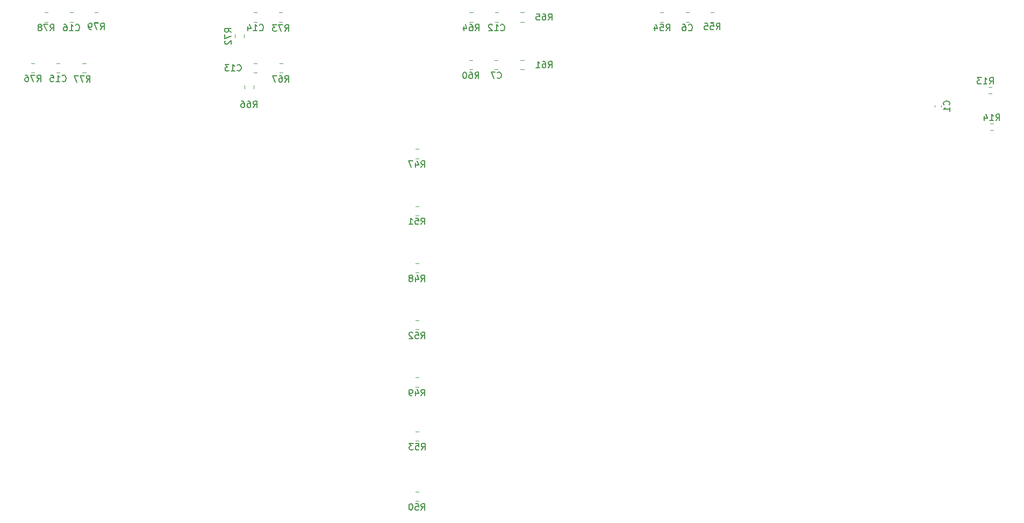
<source format=gbr>
%TF.GenerationSoftware,KiCad,Pcbnew,8.0.5*%
%TF.CreationDate,2024-09-21T15:40:11-07:00*%
%TF.ProjectId,MRIRobot_PCB,4d524952-6f62-46f7-945f-5043422e6b69,rev?*%
%TF.SameCoordinates,Original*%
%TF.FileFunction,Legend,Bot*%
%TF.FilePolarity,Positive*%
%FSLAX46Y46*%
G04 Gerber Fmt 4.6, Leading zero omitted, Abs format (unit mm)*
G04 Created by KiCad (PCBNEW 8.0.5) date 2024-09-21 15:40:11*
%MOMM*%
%LPD*%
G01*
G04 APERTURE LIST*
%ADD10C,0.150000*%
%ADD11C,0.120000*%
G04 APERTURE END LIST*
D10*
X122642857Y-142134819D02*
X122976190Y-141658628D01*
X123214285Y-142134819D02*
X123214285Y-141134819D01*
X123214285Y-141134819D02*
X122833333Y-141134819D01*
X122833333Y-141134819D02*
X122738095Y-141182438D01*
X122738095Y-141182438D02*
X122690476Y-141230057D01*
X122690476Y-141230057D02*
X122642857Y-141325295D01*
X122642857Y-141325295D02*
X122642857Y-141468152D01*
X122642857Y-141468152D02*
X122690476Y-141563390D01*
X122690476Y-141563390D02*
X122738095Y-141611009D01*
X122738095Y-141611009D02*
X122833333Y-141658628D01*
X122833333Y-141658628D02*
X123214285Y-141658628D01*
X121738095Y-141134819D02*
X122214285Y-141134819D01*
X122214285Y-141134819D02*
X122261904Y-141611009D01*
X122261904Y-141611009D02*
X122214285Y-141563390D01*
X122214285Y-141563390D02*
X122119047Y-141515771D01*
X122119047Y-141515771D02*
X121880952Y-141515771D01*
X121880952Y-141515771D02*
X121785714Y-141563390D01*
X121785714Y-141563390D02*
X121738095Y-141611009D01*
X121738095Y-141611009D02*
X121690476Y-141706247D01*
X121690476Y-141706247D02*
X121690476Y-141944342D01*
X121690476Y-141944342D02*
X121738095Y-142039580D01*
X121738095Y-142039580D02*
X121785714Y-142087200D01*
X121785714Y-142087200D02*
X121880952Y-142134819D01*
X121880952Y-142134819D02*
X122119047Y-142134819D01*
X122119047Y-142134819D02*
X122214285Y-142087200D01*
X122214285Y-142087200D02*
X122261904Y-142039580D01*
X121357142Y-141134819D02*
X120738095Y-141134819D01*
X120738095Y-141134819D02*
X121071428Y-141515771D01*
X121071428Y-141515771D02*
X120928571Y-141515771D01*
X120928571Y-141515771D02*
X120833333Y-141563390D01*
X120833333Y-141563390D02*
X120785714Y-141611009D01*
X120785714Y-141611009D02*
X120738095Y-141706247D01*
X120738095Y-141706247D02*
X120738095Y-141944342D01*
X120738095Y-141944342D02*
X120785714Y-142039580D01*
X120785714Y-142039580D02*
X120833333Y-142087200D01*
X120833333Y-142087200D02*
X120928571Y-142134819D01*
X120928571Y-142134819D02*
X121214285Y-142134819D01*
X121214285Y-142134819D02*
X121309523Y-142087200D01*
X121309523Y-142087200D02*
X121357142Y-142039580D01*
X101142857Y-76204819D02*
X101476190Y-75728628D01*
X101714285Y-76204819D02*
X101714285Y-75204819D01*
X101714285Y-75204819D02*
X101333333Y-75204819D01*
X101333333Y-75204819D02*
X101238095Y-75252438D01*
X101238095Y-75252438D02*
X101190476Y-75300057D01*
X101190476Y-75300057D02*
X101142857Y-75395295D01*
X101142857Y-75395295D02*
X101142857Y-75538152D01*
X101142857Y-75538152D02*
X101190476Y-75633390D01*
X101190476Y-75633390D02*
X101238095Y-75681009D01*
X101238095Y-75681009D02*
X101333333Y-75728628D01*
X101333333Y-75728628D02*
X101714285Y-75728628D01*
X100809523Y-75204819D02*
X100142857Y-75204819D01*
X100142857Y-75204819D02*
X100571428Y-76204819D01*
X99857142Y-75204819D02*
X99238095Y-75204819D01*
X99238095Y-75204819D02*
X99571428Y-75585771D01*
X99571428Y-75585771D02*
X99428571Y-75585771D01*
X99428571Y-75585771D02*
X99333333Y-75633390D01*
X99333333Y-75633390D02*
X99285714Y-75681009D01*
X99285714Y-75681009D02*
X99238095Y-75776247D01*
X99238095Y-75776247D02*
X99238095Y-76014342D01*
X99238095Y-76014342D02*
X99285714Y-76109580D01*
X99285714Y-76109580D02*
X99333333Y-76157200D01*
X99333333Y-76157200D02*
X99428571Y-76204819D01*
X99428571Y-76204819D02*
X99714285Y-76204819D01*
X99714285Y-76204819D02*
X99809523Y-76157200D01*
X99809523Y-76157200D02*
X99857142Y-76109580D01*
X62105357Y-84134819D02*
X62438690Y-83658628D01*
X62676785Y-84134819D02*
X62676785Y-83134819D01*
X62676785Y-83134819D02*
X62295833Y-83134819D01*
X62295833Y-83134819D02*
X62200595Y-83182438D01*
X62200595Y-83182438D02*
X62152976Y-83230057D01*
X62152976Y-83230057D02*
X62105357Y-83325295D01*
X62105357Y-83325295D02*
X62105357Y-83468152D01*
X62105357Y-83468152D02*
X62152976Y-83563390D01*
X62152976Y-83563390D02*
X62200595Y-83611009D01*
X62200595Y-83611009D02*
X62295833Y-83658628D01*
X62295833Y-83658628D02*
X62676785Y-83658628D01*
X61772023Y-83134819D02*
X61105357Y-83134819D01*
X61105357Y-83134819D02*
X61533928Y-84134819D01*
X60295833Y-83134819D02*
X60486309Y-83134819D01*
X60486309Y-83134819D02*
X60581547Y-83182438D01*
X60581547Y-83182438D02*
X60629166Y-83230057D01*
X60629166Y-83230057D02*
X60724404Y-83372914D01*
X60724404Y-83372914D02*
X60772023Y-83563390D01*
X60772023Y-83563390D02*
X60772023Y-83944342D01*
X60772023Y-83944342D02*
X60724404Y-84039580D01*
X60724404Y-84039580D02*
X60676785Y-84087200D01*
X60676785Y-84087200D02*
X60581547Y-84134819D01*
X60581547Y-84134819D02*
X60391071Y-84134819D01*
X60391071Y-84134819D02*
X60295833Y-84087200D01*
X60295833Y-84087200D02*
X60248214Y-84039580D01*
X60248214Y-84039580D02*
X60200595Y-83944342D01*
X60200595Y-83944342D02*
X60200595Y-83706247D01*
X60200595Y-83706247D02*
X60248214Y-83611009D01*
X60248214Y-83611009D02*
X60295833Y-83563390D01*
X60295833Y-83563390D02*
X60391071Y-83515771D01*
X60391071Y-83515771D02*
X60581547Y-83515771D01*
X60581547Y-83515771D02*
X60676785Y-83563390D01*
X60676785Y-83563390D02*
X60724404Y-83611009D01*
X60724404Y-83611009D02*
X60772023Y-83706247D01*
X134629166Y-83539580D02*
X134676785Y-83587200D01*
X134676785Y-83587200D02*
X134819642Y-83634819D01*
X134819642Y-83634819D02*
X134914880Y-83634819D01*
X134914880Y-83634819D02*
X135057737Y-83587200D01*
X135057737Y-83587200D02*
X135152975Y-83491961D01*
X135152975Y-83491961D02*
X135200594Y-83396723D01*
X135200594Y-83396723D02*
X135248213Y-83206247D01*
X135248213Y-83206247D02*
X135248213Y-83063390D01*
X135248213Y-83063390D02*
X135200594Y-82872914D01*
X135200594Y-82872914D02*
X135152975Y-82777676D01*
X135152975Y-82777676D02*
X135057737Y-82682438D01*
X135057737Y-82682438D02*
X134914880Y-82634819D01*
X134914880Y-82634819D02*
X134819642Y-82634819D01*
X134819642Y-82634819D02*
X134676785Y-82682438D01*
X134676785Y-82682438D02*
X134629166Y-82730057D01*
X134295832Y-82634819D02*
X133629166Y-82634819D01*
X133629166Y-82634819D02*
X134057737Y-83634819D01*
X169105357Y-75954819D02*
X169438690Y-75478628D01*
X169676785Y-75954819D02*
X169676785Y-74954819D01*
X169676785Y-74954819D02*
X169295833Y-74954819D01*
X169295833Y-74954819D02*
X169200595Y-75002438D01*
X169200595Y-75002438D02*
X169152976Y-75050057D01*
X169152976Y-75050057D02*
X169105357Y-75145295D01*
X169105357Y-75145295D02*
X169105357Y-75288152D01*
X169105357Y-75288152D02*
X169152976Y-75383390D01*
X169152976Y-75383390D02*
X169200595Y-75431009D01*
X169200595Y-75431009D02*
X169295833Y-75478628D01*
X169295833Y-75478628D02*
X169676785Y-75478628D01*
X168200595Y-74954819D02*
X168676785Y-74954819D01*
X168676785Y-74954819D02*
X168724404Y-75431009D01*
X168724404Y-75431009D02*
X168676785Y-75383390D01*
X168676785Y-75383390D02*
X168581547Y-75335771D01*
X168581547Y-75335771D02*
X168343452Y-75335771D01*
X168343452Y-75335771D02*
X168248214Y-75383390D01*
X168248214Y-75383390D02*
X168200595Y-75431009D01*
X168200595Y-75431009D02*
X168152976Y-75526247D01*
X168152976Y-75526247D02*
X168152976Y-75764342D01*
X168152976Y-75764342D02*
X168200595Y-75859580D01*
X168200595Y-75859580D02*
X168248214Y-75907200D01*
X168248214Y-75907200D02*
X168343452Y-75954819D01*
X168343452Y-75954819D02*
X168581547Y-75954819D01*
X168581547Y-75954819D02*
X168676785Y-75907200D01*
X168676785Y-75907200D02*
X168724404Y-75859580D01*
X167248214Y-74954819D02*
X167724404Y-74954819D01*
X167724404Y-74954819D02*
X167772023Y-75431009D01*
X167772023Y-75431009D02*
X167724404Y-75383390D01*
X167724404Y-75383390D02*
X167629166Y-75335771D01*
X167629166Y-75335771D02*
X167391071Y-75335771D01*
X167391071Y-75335771D02*
X167295833Y-75383390D01*
X167295833Y-75383390D02*
X167248214Y-75431009D01*
X167248214Y-75431009D02*
X167200595Y-75526247D01*
X167200595Y-75526247D02*
X167200595Y-75764342D01*
X167200595Y-75764342D02*
X167248214Y-75859580D01*
X167248214Y-75859580D02*
X167295833Y-75907200D01*
X167295833Y-75907200D02*
X167391071Y-75954819D01*
X167391071Y-75954819D02*
X167629166Y-75954819D01*
X167629166Y-75954819D02*
X167724404Y-75907200D01*
X167724404Y-75907200D02*
X167772023Y-75859580D01*
X205789580Y-87833333D02*
X205837200Y-87785714D01*
X205837200Y-87785714D02*
X205884819Y-87642857D01*
X205884819Y-87642857D02*
X205884819Y-87547619D01*
X205884819Y-87547619D02*
X205837200Y-87404762D01*
X205837200Y-87404762D02*
X205741961Y-87309524D01*
X205741961Y-87309524D02*
X205646723Y-87261905D01*
X205646723Y-87261905D02*
X205456247Y-87214286D01*
X205456247Y-87214286D02*
X205313390Y-87214286D01*
X205313390Y-87214286D02*
X205122914Y-87261905D01*
X205122914Y-87261905D02*
X205027676Y-87309524D01*
X205027676Y-87309524D02*
X204932438Y-87404762D01*
X204932438Y-87404762D02*
X204884819Y-87547619D01*
X204884819Y-87547619D02*
X204884819Y-87642857D01*
X204884819Y-87642857D02*
X204932438Y-87785714D01*
X204932438Y-87785714D02*
X204980057Y-87833333D01*
X205884819Y-88785714D02*
X205884819Y-88214286D01*
X205884819Y-88500000D02*
X204884819Y-88500000D01*
X204884819Y-88500000D02*
X205027676Y-88404762D01*
X205027676Y-88404762D02*
X205122914Y-88309524D01*
X205122914Y-88309524D02*
X205170533Y-88214286D01*
X97142857Y-76039580D02*
X97190476Y-76087200D01*
X97190476Y-76087200D02*
X97333333Y-76134819D01*
X97333333Y-76134819D02*
X97428571Y-76134819D01*
X97428571Y-76134819D02*
X97571428Y-76087200D01*
X97571428Y-76087200D02*
X97666666Y-75991961D01*
X97666666Y-75991961D02*
X97714285Y-75896723D01*
X97714285Y-75896723D02*
X97761904Y-75706247D01*
X97761904Y-75706247D02*
X97761904Y-75563390D01*
X97761904Y-75563390D02*
X97714285Y-75372914D01*
X97714285Y-75372914D02*
X97666666Y-75277676D01*
X97666666Y-75277676D02*
X97571428Y-75182438D01*
X97571428Y-75182438D02*
X97428571Y-75134819D01*
X97428571Y-75134819D02*
X97333333Y-75134819D01*
X97333333Y-75134819D02*
X97190476Y-75182438D01*
X97190476Y-75182438D02*
X97142857Y-75230057D01*
X96190476Y-76134819D02*
X96761904Y-76134819D01*
X96476190Y-76134819D02*
X96476190Y-75134819D01*
X96476190Y-75134819D02*
X96571428Y-75277676D01*
X96571428Y-75277676D02*
X96666666Y-75372914D01*
X96666666Y-75372914D02*
X96761904Y-75420533D01*
X95333333Y-75468152D02*
X95333333Y-76134819D01*
X95571428Y-75087200D02*
X95809523Y-75801485D01*
X95809523Y-75801485D02*
X95190476Y-75801485D01*
X142642857Y-81954819D02*
X142976190Y-81478628D01*
X143214285Y-81954819D02*
X143214285Y-80954819D01*
X143214285Y-80954819D02*
X142833333Y-80954819D01*
X142833333Y-80954819D02*
X142738095Y-81002438D01*
X142738095Y-81002438D02*
X142690476Y-81050057D01*
X142690476Y-81050057D02*
X142642857Y-81145295D01*
X142642857Y-81145295D02*
X142642857Y-81288152D01*
X142642857Y-81288152D02*
X142690476Y-81383390D01*
X142690476Y-81383390D02*
X142738095Y-81431009D01*
X142738095Y-81431009D02*
X142833333Y-81478628D01*
X142833333Y-81478628D02*
X143214285Y-81478628D01*
X141785714Y-80954819D02*
X141976190Y-80954819D01*
X141976190Y-80954819D02*
X142071428Y-81002438D01*
X142071428Y-81002438D02*
X142119047Y-81050057D01*
X142119047Y-81050057D02*
X142214285Y-81192914D01*
X142214285Y-81192914D02*
X142261904Y-81383390D01*
X142261904Y-81383390D02*
X142261904Y-81764342D01*
X142261904Y-81764342D02*
X142214285Y-81859580D01*
X142214285Y-81859580D02*
X142166666Y-81907200D01*
X142166666Y-81907200D02*
X142071428Y-81954819D01*
X142071428Y-81954819D02*
X141880952Y-81954819D01*
X141880952Y-81954819D02*
X141785714Y-81907200D01*
X141785714Y-81907200D02*
X141738095Y-81859580D01*
X141738095Y-81859580D02*
X141690476Y-81764342D01*
X141690476Y-81764342D02*
X141690476Y-81526247D01*
X141690476Y-81526247D02*
X141738095Y-81431009D01*
X141738095Y-81431009D02*
X141785714Y-81383390D01*
X141785714Y-81383390D02*
X141880952Y-81335771D01*
X141880952Y-81335771D02*
X142071428Y-81335771D01*
X142071428Y-81335771D02*
X142166666Y-81383390D01*
X142166666Y-81383390D02*
X142214285Y-81431009D01*
X142214285Y-81431009D02*
X142261904Y-81526247D01*
X140738095Y-81954819D02*
X141309523Y-81954819D01*
X141023809Y-81954819D02*
X141023809Y-80954819D01*
X141023809Y-80954819D02*
X141119047Y-81097676D01*
X141119047Y-81097676D02*
X141214285Y-81192914D01*
X141214285Y-81192914D02*
X141309523Y-81240533D01*
X122605357Y-97634819D02*
X122938690Y-97158628D01*
X123176785Y-97634819D02*
X123176785Y-96634819D01*
X123176785Y-96634819D02*
X122795833Y-96634819D01*
X122795833Y-96634819D02*
X122700595Y-96682438D01*
X122700595Y-96682438D02*
X122652976Y-96730057D01*
X122652976Y-96730057D02*
X122605357Y-96825295D01*
X122605357Y-96825295D02*
X122605357Y-96968152D01*
X122605357Y-96968152D02*
X122652976Y-97063390D01*
X122652976Y-97063390D02*
X122700595Y-97111009D01*
X122700595Y-97111009D02*
X122795833Y-97158628D01*
X122795833Y-97158628D02*
X123176785Y-97158628D01*
X121748214Y-96968152D02*
X121748214Y-97634819D01*
X121986309Y-96587200D02*
X122224404Y-97301485D01*
X122224404Y-97301485D02*
X121605357Y-97301485D01*
X121319642Y-96634819D02*
X120652976Y-96634819D01*
X120652976Y-96634819D02*
X121081547Y-97634819D01*
X131105357Y-83634819D02*
X131438690Y-83158628D01*
X131676785Y-83634819D02*
X131676785Y-82634819D01*
X131676785Y-82634819D02*
X131295833Y-82634819D01*
X131295833Y-82634819D02*
X131200595Y-82682438D01*
X131200595Y-82682438D02*
X131152976Y-82730057D01*
X131152976Y-82730057D02*
X131105357Y-82825295D01*
X131105357Y-82825295D02*
X131105357Y-82968152D01*
X131105357Y-82968152D02*
X131152976Y-83063390D01*
X131152976Y-83063390D02*
X131200595Y-83111009D01*
X131200595Y-83111009D02*
X131295833Y-83158628D01*
X131295833Y-83158628D02*
X131676785Y-83158628D01*
X130248214Y-82634819D02*
X130438690Y-82634819D01*
X130438690Y-82634819D02*
X130533928Y-82682438D01*
X130533928Y-82682438D02*
X130581547Y-82730057D01*
X130581547Y-82730057D02*
X130676785Y-82872914D01*
X130676785Y-82872914D02*
X130724404Y-83063390D01*
X130724404Y-83063390D02*
X130724404Y-83444342D01*
X130724404Y-83444342D02*
X130676785Y-83539580D01*
X130676785Y-83539580D02*
X130629166Y-83587200D01*
X130629166Y-83587200D02*
X130533928Y-83634819D01*
X130533928Y-83634819D02*
X130343452Y-83634819D01*
X130343452Y-83634819D02*
X130248214Y-83587200D01*
X130248214Y-83587200D02*
X130200595Y-83539580D01*
X130200595Y-83539580D02*
X130152976Y-83444342D01*
X130152976Y-83444342D02*
X130152976Y-83206247D01*
X130152976Y-83206247D02*
X130200595Y-83111009D01*
X130200595Y-83111009D02*
X130248214Y-83063390D01*
X130248214Y-83063390D02*
X130343452Y-83015771D01*
X130343452Y-83015771D02*
X130533928Y-83015771D01*
X130533928Y-83015771D02*
X130629166Y-83063390D01*
X130629166Y-83063390D02*
X130676785Y-83111009D01*
X130676785Y-83111009D02*
X130724404Y-83206247D01*
X129533928Y-82634819D02*
X129438690Y-82634819D01*
X129438690Y-82634819D02*
X129343452Y-82682438D01*
X129343452Y-82682438D02*
X129295833Y-82730057D01*
X129295833Y-82730057D02*
X129248214Y-82825295D01*
X129248214Y-82825295D02*
X129200595Y-83015771D01*
X129200595Y-83015771D02*
X129200595Y-83253866D01*
X129200595Y-83253866D02*
X129248214Y-83444342D01*
X129248214Y-83444342D02*
X129295833Y-83539580D01*
X129295833Y-83539580D02*
X129343452Y-83587200D01*
X129343452Y-83587200D02*
X129438690Y-83634819D01*
X129438690Y-83634819D02*
X129533928Y-83634819D01*
X129533928Y-83634819D02*
X129629166Y-83587200D01*
X129629166Y-83587200D02*
X129676785Y-83539580D01*
X129676785Y-83539580D02*
X129724404Y-83444342D01*
X129724404Y-83444342D02*
X129772023Y-83253866D01*
X129772023Y-83253866D02*
X129772023Y-83015771D01*
X129772023Y-83015771D02*
X129724404Y-82825295D01*
X129724404Y-82825295D02*
X129676785Y-82730057D01*
X129676785Y-82730057D02*
X129629166Y-82682438D01*
X129629166Y-82682438D02*
X129533928Y-82634819D01*
X96142857Y-88204819D02*
X96476190Y-87728628D01*
X96714285Y-88204819D02*
X96714285Y-87204819D01*
X96714285Y-87204819D02*
X96333333Y-87204819D01*
X96333333Y-87204819D02*
X96238095Y-87252438D01*
X96238095Y-87252438D02*
X96190476Y-87300057D01*
X96190476Y-87300057D02*
X96142857Y-87395295D01*
X96142857Y-87395295D02*
X96142857Y-87538152D01*
X96142857Y-87538152D02*
X96190476Y-87633390D01*
X96190476Y-87633390D02*
X96238095Y-87681009D01*
X96238095Y-87681009D02*
X96333333Y-87728628D01*
X96333333Y-87728628D02*
X96714285Y-87728628D01*
X95285714Y-87204819D02*
X95476190Y-87204819D01*
X95476190Y-87204819D02*
X95571428Y-87252438D01*
X95571428Y-87252438D02*
X95619047Y-87300057D01*
X95619047Y-87300057D02*
X95714285Y-87442914D01*
X95714285Y-87442914D02*
X95761904Y-87633390D01*
X95761904Y-87633390D02*
X95761904Y-88014342D01*
X95761904Y-88014342D02*
X95714285Y-88109580D01*
X95714285Y-88109580D02*
X95666666Y-88157200D01*
X95666666Y-88157200D02*
X95571428Y-88204819D01*
X95571428Y-88204819D02*
X95380952Y-88204819D01*
X95380952Y-88204819D02*
X95285714Y-88157200D01*
X95285714Y-88157200D02*
X95238095Y-88109580D01*
X95238095Y-88109580D02*
X95190476Y-88014342D01*
X95190476Y-88014342D02*
X95190476Y-87776247D01*
X95190476Y-87776247D02*
X95238095Y-87681009D01*
X95238095Y-87681009D02*
X95285714Y-87633390D01*
X95285714Y-87633390D02*
X95380952Y-87585771D01*
X95380952Y-87585771D02*
X95571428Y-87585771D01*
X95571428Y-87585771D02*
X95666666Y-87633390D01*
X95666666Y-87633390D02*
X95714285Y-87681009D01*
X95714285Y-87681009D02*
X95761904Y-87776247D01*
X94333333Y-87204819D02*
X94523809Y-87204819D01*
X94523809Y-87204819D02*
X94619047Y-87252438D01*
X94619047Y-87252438D02*
X94666666Y-87300057D01*
X94666666Y-87300057D02*
X94761904Y-87442914D01*
X94761904Y-87442914D02*
X94809523Y-87633390D01*
X94809523Y-87633390D02*
X94809523Y-88014342D01*
X94809523Y-88014342D02*
X94761904Y-88109580D01*
X94761904Y-88109580D02*
X94714285Y-88157200D01*
X94714285Y-88157200D02*
X94619047Y-88204819D01*
X94619047Y-88204819D02*
X94428571Y-88204819D01*
X94428571Y-88204819D02*
X94333333Y-88157200D01*
X94333333Y-88157200D02*
X94285714Y-88109580D01*
X94285714Y-88109580D02*
X94238095Y-88014342D01*
X94238095Y-88014342D02*
X94238095Y-87776247D01*
X94238095Y-87776247D02*
X94285714Y-87681009D01*
X94285714Y-87681009D02*
X94333333Y-87633390D01*
X94333333Y-87633390D02*
X94428571Y-87585771D01*
X94428571Y-87585771D02*
X94619047Y-87585771D01*
X94619047Y-87585771D02*
X94714285Y-87633390D01*
X94714285Y-87633390D02*
X94761904Y-87681009D01*
X94761904Y-87681009D02*
X94809523Y-87776247D01*
X212142857Y-84524819D02*
X212476190Y-84048628D01*
X212714285Y-84524819D02*
X212714285Y-83524819D01*
X212714285Y-83524819D02*
X212333333Y-83524819D01*
X212333333Y-83524819D02*
X212238095Y-83572438D01*
X212238095Y-83572438D02*
X212190476Y-83620057D01*
X212190476Y-83620057D02*
X212142857Y-83715295D01*
X212142857Y-83715295D02*
X212142857Y-83858152D01*
X212142857Y-83858152D02*
X212190476Y-83953390D01*
X212190476Y-83953390D02*
X212238095Y-84001009D01*
X212238095Y-84001009D02*
X212333333Y-84048628D01*
X212333333Y-84048628D02*
X212714285Y-84048628D01*
X211190476Y-84524819D02*
X211761904Y-84524819D01*
X211476190Y-84524819D02*
X211476190Y-83524819D01*
X211476190Y-83524819D02*
X211571428Y-83667676D01*
X211571428Y-83667676D02*
X211666666Y-83762914D01*
X211666666Y-83762914D02*
X211761904Y-83810533D01*
X210857142Y-83524819D02*
X210238095Y-83524819D01*
X210238095Y-83524819D02*
X210571428Y-83905771D01*
X210571428Y-83905771D02*
X210428571Y-83905771D01*
X210428571Y-83905771D02*
X210333333Y-83953390D01*
X210333333Y-83953390D02*
X210285714Y-84001009D01*
X210285714Y-84001009D02*
X210238095Y-84096247D01*
X210238095Y-84096247D02*
X210238095Y-84334342D01*
X210238095Y-84334342D02*
X210285714Y-84429580D01*
X210285714Y-84429580D02*
X210333333Y-84477200D01*
X210333333Y-84477200D02*
X210428571Y-84524819D01*
X210428571Y-84524819D02*
X210714285Y-84524819D01*
X210714285Y-84524819D02*
X210809523Y-84477200D01*
X210809523Y-84477200D02*
X210857142Y-84429580D01*
X135142857Y-76039580D02*
X135190476Y-76087200D01*
X135190476Y-76087200D02*
X135333333Y-76134819D01*
X135333333Y-76134819D02*
X135428571Y-76134819D01*
X135428571Y-76134819D02*
X135571428Y-76087200D01*
X135571428Y-76087200D02*
X135666666Y-75991961D01*
X135666666Y-75991961D02*
X135714285Y-75896723D01*
X135714285Y-75896723D02*
X135761904Y-75706247D01*
X135761904Y-75706247D02*
X135761904Y-75563390D01*
X135761904Y-75563390D02*
X135714285Y-75372914D01*
X135714285Y-75372914D02*
X135666666Y-75277676D01*
X135666666Y-75277676D02*
X135571428Y-75182438D01*
X135571428Y-75182438D02*
X135428571Y-75134819D01*
X135428571Y-75134819D02*
X135333333Y-75134819D01*
X135333333Y-75134819D02*
X135190476Y-75182438D01*
X135190476Y-75182438D02*
X135142857Y-75230057D01*
X134190476Y-76134819D02*
X134761904Y-76134819D01*
X134476190Y-76134819D02*
X134476190Y-75134819D01*
X134476190Y-75134819D02*
X134571428Y-75277676D01*
X134571428Y-75277676D02*
X134666666Y-75372914D01*
X134666666Y-75372914D02*
X134761904Y-75420533D01*
X133809523Y-75230057D02*
X133761904Y-75182438D01*
X133761904Y-75182438D02*
X133666666Y-75134819D01*
X133666666Y-75134819D02*
X133428571Y-75134819D01*
X133428571Y-75134819D02*
X133333333Y-75182438D01*
X133333333Y-75182438D02*
X133285714Y-75230057D01*
X133285714Y-75230057D02*
X133238095Y-75325295D01*
X133238095Y-75325295D02*
X133238095Y-75420533D01*
X133238095Y-75420533D02*
X133285714Y-75563390D01*
X133285714Y-75563390D02*
X133857142Y-76134819D01*
X133857142Y-76134819D02*
X133238095Y-76134819D01*
X69892857Y-84204819D02*
X70226190Y-83728628D01*
X70464285Y-84204819D02*
X70464285Y-83204819D01*
X70464285Y-83204819D02*
X70083333Y-83204819D01*
X70083333Y-83204819D02*
X69988095Y-83252438D01*
X69988095Y-83252438D02*
X69940476Y-83300057D01*
X69940476Y-83300057D02*
X69892857Y-83395295D01*
X69892857Y-83395295D02*
X69892857Y-83538152D01*
X69892857Y-83538152D02*
X69940476Y-83633390D01*
X69940476Y-83633390D02*
X69988095Y-83681009D01*
X69988095Y-83681009D02*
X70083333Y-83728628D01*
X70083333Y-83728628D02*
X70464285Y-83728628D01*
X69559523Y-83204819D02*
X68892857Y-83204819D01*
X68892857Y-83204819D02*
X69321428Y-84204819D01*
X68607142Y-83204819D02*
X67940476Y-83204819D01*
X67940476Y-83204819D02*
X68369047Y-84204819D01*
X68180357Y-76039580D02*
X68227976Y-76087200D01*
X68227976Y-76087200D02*
X68370833Y-76134819D01*
X68370833Y-76134819D02*
X68466071Y-76134819D01*
X68466071Y-76134819D02*
X68608928Y-76087200D01*
X68608928Y-76087200D02*
X68704166Y-75991961D01*
X68704166Y-75991961D02*
X68751785Y-75896723D01*
X68751785Y-75896723D02*
X68799404Y-75706247D01*
X68799404Y-75706247D02*
X68799404Y-75563390D01*
X68799404Y-75563390D02*
X68751785Y-75372914D01*
X68751785Y-75372914D02*
X68704166Y-75277676D01*
X68704166Y-75277676D02*
X68608928Y-75182438D01*
X68608928Y-75182438D02*
X68466071Y-75134819D01*
X68466071Y-75134819D02*
X68370833Y-75134819D01*
X68370833Y-75134819D02*
X68227976Y-75182438D01*
X68227976Y-75182438D02*
X68180357Y-75230057D01*
X67227976Y-76134819D02*
X67799404Y-76134819D01*
X67513690Y-76134819D02*
X67513690Y-75134819D01*
X67513690Y-75134819D02*
X67608928Y-75277676D01*
X67608928Y-75277676D02*
X67704166Y-75372914D01*
X67704166Y-75372914D02*
X67799404Y-75420533D01*
X66370833Y-75134819D02*
X66561309Y-75134819D01*
X66561309Y-75134819D02*
X66656547Y-75182438D01*
X66656547Y-75182438D02*
X66704166Y-75230057D01*
X66704166Y-75230057D02*
X66799404Y-75372914D01*
X66799404Y-75372914D02*
X66847023Y-75563390D01*
X66847023Y-75563390D02*
X66847023Y-75944342D01*
X66847023Y-75944342D02*
X66799404Y-76039580D01*
X66799404Y-76039580D02*
X66751785Y-76087200D01*
X66751785Y-76087200D02*
X66656547Y-76134819D01*
X66656547Y-76134819D02*
X66466071Y-76134819D01*
X66466071Y-76134819D02*
X66370833Y-76087200D01*
X66370833Y-76087200D02*
X66323214Y-76039580D01*
X66323214Y-76039580D02*
X66275595Y-75944342D01*
X66275595Y-75944342D02*
X66275595Y-75706247D01*
X66275595Y-75706247D02*
X66323214Y-75611009D01*
X66323214Y-75611009D02*
X66370833Y-75563390D01*
X66370833Y-75563390D02*
X66466071Y-75515771D01*
X66466071Y-75515771D02*
X66656547Y-75515771D01*
X66656547Y-75515771D02*
X66751785Y-75563390D01*
X66751785Y-75563390D02*
X66799404Y-75611009D01*
X66799404Y-75611009D02*
X66847023Y-75706247D01*
X131142857Y-76134819D02*
X131476190Y-75658628D01*
X131714285Y-76134819D02*
X131714285Y-75134819D01*
X131714285Y-75134819D02*
X131333333Y-75134819D01*
X131333333Y-75134819D02*
X131238095Y-75182438D01*
X131238095Y-75182438D02*
X131190476Y-75230057D01*
X131190476Y-75230057D02*
X131142857Y-75325295D01*
X131142857Y-75325295D02*
X131142857Y-75468152D01*
X131142857Y-75468152D02*
X131190476Y-75563390D01*
X131190476Y-75563390D02*
X131238095Y-75611009D01*
X131238095Y-75611009D02*
X131333333Y-75658628D01*
X131333333Y-75658628D02*
X131714285Y-75658628D01*
X130285714Y-75134819D02*
X130476190Y-75134819D01*
X130476190Y-75134819D02*
X130571428Y-75182438D01*
X130571428Y-75182438D02*
X130619047Y-75230057D01*
X130619047Y-75230057D02*
X130714285Y-75372914D01*
X130714285Y-75372914D02*
X130761904Y-75563390D01*
X130761904Y-75563390D02*
X130761904Y-75944342D01*
X130761904Y-75944342D02*
X130714285Y-76039580D01*
X130714285Y-76039580D02*
X130666666Y-76087200D01*
X130666666Y-76087200D02*
X130571428Y-76134819D01*
X130571428Y-76134819D02*
X130380952Y-76134819D01*
X130380952Y-76134819D02*
X130285714Y-76087200D01*
X130285714Y-76087200D02*
X130238095Y-76039580D01*
X130238095Y-76039580D02*
X130190476Y-75944342D01*
X130190476Y-75944342D02*
X130190476Y-75706247D01*
X130190476Y-75706247D02*
X130238095Y-75611009D01*
X130238095Y-75611009D02*
X130285714Y-75563390D01*
X130285714Y-75563390D02*
X130380952Y-75515771D01*
X130380952Y-75515771D02*
X130571428Y-75515771D01*
X130571428Y-75515771D02*
X130666666Y-75563390D01*
X130666666Y-75563390D02*
X130714285Y-75611009D01*
X130714285Y-75611009D02*
X130761904Y-75706247D01*
X129333333Y-75468152D02*
X129333333Y-76134819D01*
X129571428Y-75087200D02*
X129809523Y-75801485D01*
X129809523Y-75801485D02*
X129190476Y-75801485D01*
X64180357Y-76134819D02*
X64513690Y-75658628D01*
X64751785Y-76134819D02*
X64751785Y-75134819D01*
X64751785Y-75134819D02*
X64370833Y-75134819D01*
X64370833Y-75134819D02*
X64275595Y-75182438D01*
X64275595Y-75182438D02*
X64227976Y-75230057D01*
X64227976Y-75230057D02*
X64180357Y-75325295D01*
X64180357Y-75325295D02*
X64180357Y-75468152D01*
X64180357Y-75468152D02*
X64227976Y-75563390D01*
X64227976Y-75563390D02*
X64275595Y-75611009D01*
X64275595Y-75611009D02*
X64370833Y-75658628D01*
X64370833Y-75658628D02*
X64751785Y-75658628D01*
X63847023Y-75134819D02*
X63180357Y-75134819D01*
X63180357Y-75134819D02*
X63608928Y-76134819D01*
X62656547Y-75563390D02*
X62751785Y-75515771D01*
X62751785Y-75515771D02*
X62799404Y-75468152D01*
X62799404Y-75468152D02*
X62847023Y-75372914D01*
X62847023Y-75372914D02*
X62847023Y-75325295D01*
X62847023Y-75325295D02*
X62799404Y-75230057D01*
X62799404Y-75230057D02*
X62751785Y-75182438D01*
X62751785Y-75182438D02*
X62656547Y-75134819D01*
X62656547Y-75134819D02*
X62466071Y-75134819D01*
X62466071Y-75134819D02*
X62370833Y-75182438D01*
X62370833Y-75182438D02*
X62323214Y-75230057D01*
X62323214Y-75230057D02*
X62275595Y-75325295D01*
X62275595Y-75325295D02*
X62275595Y-75372914D01*
X62275595Y-75372914D02*
X62323214Y-75468152D01*
X62323214Y-75468152D02*
X62370833Y-75515771D01*
X62370833Y-75515771D02*
X62466071Y-75563390D01*
X62466071Y-75563390D02*
X62656547Y-75563390D01*
X62656547Y-75563390D02*
X62751785Y-75611009D01*
X62751785Y-75611009D02*
X62799404Y-75658628D01*
X62799404Y-75658628D02*
X62847023Y-75753866D01*
X62847023Y-75753866D02*
X62847023Y-75944342D01*
X62847023Y-75944342D02*
X62799404Y-76039580D01*
X62799404Y-76039580D02*
X62751785Y-76087200D01*
X62751785Y-76087200D02*
X62656547Y-76134819D01*
X62656547Y-76134819D02*
X62466071Y-76134819D01*
X62466071Y-76134819D02*
X62370833Y-76087200D01*
X62370833Y-76087200D02*
X62323214Y-76039580D01*
X62323214Y-76039580D02*
X62275595Y-75944342D01*
X62275595Y-75944342D02*
X62275595Y-75753866D01*
X62275595Y-75753866D02*
X62323214Y-75658628D01*
X62323214Y-75658628D02*
X62370833Y-75611009D01*
X62370833Y-75611009D02*
X62466071Y-75563390D01*
X122605357Y-124634819D02*
X122938690Y-124158628D01*
X123176785Y-124634819D02*
X123176785Y-123634819D01*
X123176785Y-123634819D02*
X122795833Y-123634819D01*
X122795833Y-123634819D02*
X122700595Y-123682438D01*
X122700595Y-123682438D02*
X122652976Y-123730057D01*
X122652976Y-123730057D02*
X122605357Y-123825295D01*
X122605357Y-123825295D02*
X122605357Y-123968152D01*
X122605357Y-123968152D02*
X122652976Y-124063390D01*
X122652976Y-124063390D02*
X122700595Y-124111009D01*
X122700595Y-124111009D02*
X122795833Y-124158628D01*
X122795833Y-124158628D02*
X123176785Y-124158628D01*
X121700595Y-123634819D02*
X122176785Y-123634819D01*
X122176785Y-123634819D02*
X122224404Y-124111009D01*
X122224404Y-124111009D02*
X122176785Y-124063390D01*
X122176785Y-124063390D02*
X122081547Y-124015771D01*
X122081547Y-124015771D02*
X121843452Y-124015771D01*
X121843452Y-124015771D02*
X121748214Y-124063390D01*
X121748214Y-124063390D02*
X121700595Y-124111009D01*
X121700595Y-124111009D02*
X121652976Y-124206247D01*
X121652976Y-124206247D02*
X121652976Y-124444342D01*
X121652976Y-124444342D02*
X121700595Y-124539580D01*
X121700595Y-124539580D02*
X121748214Y-124587200D01*
X121748214Y-124587200D02*
X121843452Y-124634819D01*
X121843452Y-124634819D02*
X122081547Y-124634819D01*
X122081547Y-124634819D02*
X122176785Y-124587200D01*
X122176785Y-124587200D02*
X122224404Y-124539580D01*
X121272023Y-123730057D02*
X121224404Y-123682438D01*
X121224404Y-123682438D02*
X121129166Y-123634819D01*
X121129166Y-123634819D02*
X120891071Y-123634819D01*
X120891071Y-123634819D02*
X120795833Y-123682438D01*
X120795833Y-123682438D02*
X120748214Y-123730057D01*
X120748214Y-123730057D02*
X120700595Y-123825295D01*
X120700595Y-123825295D02*
X120700595Y-123920533D01*
X120700595Y-123920533D02*
X120748214Y-124063390D01*
X120748214Y-124063390D02*
X121319642Y-124634819D01*
X121319642Y-124634819D02*
X120700595Y-124634819D01*
X164704166Y-76039580D02*
X164751785Y-76087200D01*
X164751785Y-76087200D02*
X164894642Y-76134819D01*
X164894642Y-76134819D02*
X164989880Y-76134819D01*
X164989880Y-76134819D02*
X165132737Y-76087200D01*
X165132737Y-76087200D02*
X165227975Y-75991961D01*
X165227975Y-75991961D02*
X165275594Y-75896723D01*
X165275594Y-75896723D02*
X165323213Y-75706247D01*
X165323213Y-75706247D02*
X165323213Y-75563390D01*
X165323213Y-75563390D02*
X165275594Y-75372914D01*
X165275594Y-75372914D02*
X165227975Y-75277676D01*
X165227975Y-75277676D02*
X165132737Y-75182438D01*
X165132737Y-75182438D02*
X164989880Y-75134819D01*
X164989880Y-75134819D02*
X164894642Y-75134819D01*
X164894642Y-75134819D02*
X164751785Y-75182438D01*
X164751785Y-75182438D02*
X164704166Y-75230057D01*
X163847023Y-75134819D02*
X164037499Y-75134819D01*
X164037499Y-75134819D02*
X164132737Y-75182438D01*
X164132737Y-75182438D02*
X164180356Y-75230057D01*
X164180356Y-75230057D02*
X164275594Y-75372914D01*
X164275594Y-75372914D02*
X164323213Y-75563390D01*
X164323213Y-75563390D02*
X164323213Y-75944342D01*
X164323213Y-75944342D02*
X164275594Y-76039580D01*
X164275594Y-76039580D02*
X164227975Y-76087200D01*
X164227975Y-76087200D02*
X164132737Y-76134819D01*
X164132737Y-76134819D02*
X163942261Y-76134819D01*
X163942261Y-76134819D02*
X163847023Y-76087200D01*
X163847023Y-76087200D02*
X163799404Y-76039580D01*
X163799404Y-76039580D02*
X163751785Y-75944342D01*
X163751785Y-75944342D02*
X163751785Y-75706247D01*
X163751785Y-75706247D02*
X163799404Y-75611009D01*
X163799404Y-75611009D02*
X163847023Y-75563390D01*
X163847023Y-75563390D02*
X163942261Y-75515771D01*
X163942261Y-75515771D02*
X164132737Y-75515771D01*
X164132737Y-75515771D02*
X164227975Y-75563390D01*
X164227975Y-75563390D02*
X164275594Y-75611009D01*
X164275594Y-75611009D02*
X164323213Y-75706247D01*
X213142857Y-90274819D02*
X213476190Y-89798628D01*
X213714285Y-90274819D02*
X213714285Y-89274819D01*
X213714285Y-89274819D02*
X213333333Y-89274819D01*
X213333333Y-89274819D02*
X213238095Y-89322438D01*
X213238095Y-89322438D02*
X213190476Y-89370057D01*
X213190476Y-89370057D02*
X213142857Y-89465295D01*
X213142857Y-89465295D02*
X213142857Y-89608152D01*
X213142857Y-89608152D02*
X213190476Y-89703390D01*
X213190476Y-89703390D02*
X213238095Y-89751009D01*
X213238095Y-89751009D02*
X213333333Y-89798628D01*
X213333333Y-89798628D02*
X213714285Y-89798628D01*
X212190476Y-90274819D02*
X212761904Y-90274819D01*
X212476190Y-90274819D02*
X212476190Y-89274819D01*
X212476190Y-89274819D02*
X212571428Y-89417676D01*
X212571428Y-89417676D02*
X212666666Y-89512914D01*
X212666666Y-89512914D02*
X212761904Y-89560533D01*
X211333333Y-89608152D02*
X211333333Y-90274819D01*
X211571428Y-89227200D02*
X211809523Y-89941485D01*
X211809523Y-89941485D02*
X211190476Y-89941485D01*
X72105357Y-75954819D02*
X72438690Y-75478628D01*
X72676785Y-75954819D02*
X72676785Y-74954819D01*
X72676785Y-74954819D02*
X72295833Y-74954819D01*
X72295833Y-74954819D02*
X72200595Y-75002438D01*
X72200595Y-75002438D02*
X72152976Y-75050057D01*
X72152976Y-75050057D02*
X72105357Y-75145295D01*
X72105357Y-75145295D02*
X72105357Y-75288152D01*
X72105357Y-75288152D02*
X72152976Y-75383390D01*
X72152976Y-75383390D02*
X72200595Y-75431009D01*
X72200595Y-75431009D02*
X72295833Y-75478628D01*
X72295833Y-75478628D02*
X72676785Y-75478628D01*
X71772023Y-74954819D02*
X71105357Y-74954819D01*
X71105357Y-74954819D02*
X71533928Y-75954819D01*
X70676785Y-75954819D02*
X70486309Y-75954819D01*
X70486309Y-75954819D02*
X70391071Y-75907200D01*
X70391071Y-75907200D02*
X70343452Y-75859580D01*
X70343452Y-75859580D02*
X70248214Y-75716723D01*
X70248214Y-75716723D02*
X70200595Y-75526247D01*
X70200595Y-75526247D02*
X70200595Y-75145295D01*
X70200595Y-75145295D02*
X70248214Y-75050057D01*
X70248214Y-75050057D02*
X70295833Y-75002438D01*
X70295833Y-75002438D02*
X70391071Y-74954819D01*
X70391071Y-74954819D02*
X70581547Y-74954819D01*
X70581547Y-74954819D02*
X70676785Y-75002438D01*
X70676785Y-75002438D02*
X70724404Y-75050057D01*
X70724404Y-75050057D02*
X70772023Y-75145295D01*
X70772023Y-75145295D02*
X70772023Y-75383390D01*
X70772023Y-75383390D02*
X70724404Y-75478628D01*
X70724404Y-75478628D02*
X70676785Y-75526247D01*
X70676785Y-75526247D02*
X70581547Y-75573866D01*
X70581547Y-75573866D02*
X70391071Y-75573866D01*
X70391071Y-75573866D02*
X70295833Y-75526247D01*
X70295833Y-75526247D02*
X70248214Y-75478628D01*
X70248214Y-75478628D02*
X70200595Y-75383390D01*
X93642857Y-82359580D02*
X93690476Y-82407200D01*
X93690476Y-82407200D02*
X93833333Y-82454819D01*
X93833333Y-82454819D02*
X93928571Y-82454819D01*
X93928571Y-82454819D02*
X94071428Y-82407200D01*
X94071428Y-82407200D02*
X94166666Y-82311961D01*
X94166666Y-82311961D02*
X94214285Y-82216723D01*
X94214285Y-82216723D02*
X94261904Y-82026247D01*
X94261904Y-82026247D02*
X94261904Y-81883390D01*
X94261904Y-81883390D02*
X94214285Y-81692914D01*
X94214285Y-81692914D02*
X94166666Y-81597676D01*
X94166666Y-81597676D02*
X94071428Y-81502438D01*
X94071428Y-81502438D02*
X93928571Y-81454819D01*
X93928571Y-81454819D02*
X93833333Y-81454819D01*
X93833333Y-81454819D02*
X93690476Y-81502438D01*
X93690476Y-81502438D02*
X93642857Y-81550057D01*
X92690476Y-82454819D02*
X93261904Y-82454819D01*
X92976190Y-82454819D02*
X92976190Y-81454819D01*
X92976190Y-81454819D02*
X93071428Y-81597676D01*
X93071428Y-81597676D02*
X93166666Y-81692914D01*
X93166666Y-81692914D02*
X93261904Y-81740533D01*
X92357142Y-81454819D02*
X91738095Y-81454819D01*
X91738095Y-81454819D02*
X92071428Y-81835771D01*
X92071428Y-81835771D02*
X91928571Y-81835771D01*
X91928571Y-81835771D02*
X91833333Y-81883390D01*
X91833333Y-81883390D02*
X91785714Y-81931009D01*
X91785714Y-81931009D02*
X91738095Y-82026247D01*
X91738095Y-82026247D02*
X91738095Y-82264342D01*
X91738095Y-82264342D02*
X91785714Y-82359580D01*
X91785714Y-82359580D02*
X91833333Y-82407200D01*
X91833333Y-82407200D02*
X91928571Y-82454819D01*
X91928571Y-82454819D02*
X92214285Y-82454819D01*
X92214285Y-82454819D02*
X92309523Y-82407200D01*
X92309523Y-82407200D02*
X92357142Y-82359580D01*
X122605357Y-133634819D02*
X122938690Y-133158628D01*
X123176785Y-133634819D02*
X123176785Y-132634819D01*
X123176785Y-132634819D02*
X122795833Y-132634819D01*
X122795833Y-132634819D02*
X122700595Y-132682438D01*
X122700595Y-132682438D02*
X122652976Y-132730057D01*
X122652976Y-132730057D02*
X122605357Y-132825295D01*
X122605357Y-132825295D02*
X122605357Y-132968152D01*
X122605357Y-132968152D02*
X122652976Y-133063390D01*
X122652976Y-133063390D02*
X122700595Y-133111009D01*
X122700595Y-133111009D02*
X122795833Y-133158628D01*
X122795833Y-133158628D02*
X123176785Y-133158628D01*
X121748214Y-132968152D02*
X121748214Y-133634819D01*
X121986309Y-132587200D02*
X122224404Y-133301485D01*
X122224404Y-133301485D02*
X121605357Y-133301485D01*
X121176785Y-133634819D02*
X120986309Y-133634819D01*
X120986309Y-133634819D02*
X120891071Y-133587200D01*
X120891071Y-133587200D02*
X120843452Y-133539580D01*
X120843452Y-133539580D02*
X120748214Y-133396723D01*
X120748214Y-133396723D02*
X120700595Y-133206247D01*
X120700595Y-133206247D02*
X120700595Y-132825295D01*
X120700595Y-132825295D02*
X120748214Y-132730057D01*
X120748214Y-132730057D02*
X120795833Y-132682438D01*
X120795833Y-132682438D02*
X120891071Y-132634819D01*
X120891071Y-132634819D02*
X121081547Y-132634819D01*
X121081547Y-132634819D02*
X121176785Y-132682438D01*
X121176785Y-132682438D02*
X121224404Y-132730057D01*
X121224404Y-132730057D02*
X121272023Y-132825295D01*
X121272023Y-132825295D02*
X121272023Y-133063390D01*
X121272023Y-133063390D02*
X121224404Y-133158628D01*
X121224404Y-133158628D02*
X121176785Y-133206247D01*
X121176785Y-133206247D02*
X121081547Y-133253866D01*
X121081547Y-133253866D02*
X120891071Y-133253866D01*
X120891071Y-133253866D02*
X120795833Y-133206247D01*
X120795833Y-133206247D02*
X120748214Y-133158628D01*
X120748214Y-133158628D02*
X120700595Y-133063390D01*
X122605357Y-115634819D02*
X122938690Y-115158628D01*
X123176785Y-115634819D02*
X123176785Y-114634819D01*
X123176785Y-114634819D02*
X122795833Y-114634819D01*
X122795833Y-114634819D02*
X122700595Y-114682438D01*
X122700595Y-114682438D02*
X122652976Y-114730057D01*
X122652976Y-114730057D02*
X122605357Y-114825295D01*
X122605357Y-114825295D02*
X122605357Y-114968152D01*
X122605357Y-114968152D02*
X122652976Y-115063390D01*
X122652976Y-115063390D02*
X122700595Y-115111009D01*
X122700595Y-115111009D02*
X122795833Y-115158628D01*
X122795833Y-115158628D02*
X123176785Y-115158628D01*
X121748214Y-114968152D02*
X121748214Y-115634819D01*
X121986309Y-114587200D02*
X122224404Y-115301485D01*
X122224404Y-115301485D02*
X121605357Y-115301485D01*
X121081547Y-115063390D02*
X121176785Y-115015771D01*
X121176785Y-115015771D02*
X121224404Y-114968152D01*
X121224404Y-114968152D02*
X121272023Y-114872914D01*
X121272023Y-114872914D02*
X121272023Y-114825295D01*
X121272023Y-114825295D02*
X121224404Y-114730057D01*
X121224404Y-114730057D02*
X121176785Y-114682438D01*
X121176785Y-114682438D02*
X121081547Y-114634819D01*
X121081547Y-114634819D02*
X120891071Y-114634819D01*
X120891071Y-114634819D02*
X120795833Y-114682438D01*
X120795833Y-114682438D02*
X120748214Y-114730057D01*
X120748214Y-114730057D02*
X120700595Y-114825295D01*
X120700595Y-114825295D02*
X120700595Y-114872914D01*
X120700595Y-114872914D02*
X120748214Y-114968152D01*
X120748214Y-114968152D02*
X120795833Y-115015771D01*
X120795833Y-115015771D02*
X120891071Y-115063390D01*
X120891071Y-115063390D02*
X121081547Y-115063390D01*
X121081547Y-115063390D02*
X121176785Y-115111009D01*
X121176785Y-115111009D02*
X121224404Y-115158628D01*
X121224404Y-115158628D02*
X121272023Y-115253866D01*
X121272023Y-115253866D02*
X121272023Y-115444342D01*
X121272023Y-115444342D02*
X121224404Y-115539580D01*
X121224404Y-115539580D02*
X121176785Y-115587200D01*
X121176785Y-115587200D02*
X121081547Y-115634819D01*
X121081547Y-115634819D02*
X120891071Y-115634819D01*
X120891071Y-115634819D02*
X120795833Y-115587200D01*
X120795833Y-115587200D02*
X120748214Y-115539580D01*
X120748214Y-115539580D02*
X120700595Y-115444342D01*
X120700595Y-115444342D02*
X120700595Y-115253866D01*
X120700595Y-115253866D02*
X120748214Y-115158628D01*
X120748214Y-115158628D02*
X120795833Y-115111009D01*
X120795833Y-115111009D02*
X120891071Y-115063390D01*
X142642857Y-74454819D02*
X142976190Y-73978628D01*
X143214285Y-74454819D02*
X143214285Y-73454819D01*
X143214285Y-73454819D02*
X142833333Y-73454819D01*
X142833333Y-73454819D02*
X142738095Y-73502438D01*
X142738095Y-73502438D02*
X142690476Y-73550057D01*
X142690476Y-73550057D02*
X142642857Y-73645295D01*
X142642857Y-73645295D02*
X142642857Y-73788152D01*
X142642857Y-73788152D02*
X142690476Y-73883390D01*
X142690476Y-73883390D02*
X142738095Y-73931009D01*
X142738095Y-73931009D02*
X142833333Y-73978628D01*
X142833333Y-73978628D02*
X143214285Y-73978628D01*
X141785714Y-73454819D02*
X141976190Y-73454819D01*
X141976190Y-73454819D02*
X142071428Y-73502438D01*
X142071428Y-73502438D02*
X142119047Y-73550057D01*
X142119047Y-73550057D02*
X142214285Y-73692914D01*
X142214285Y-73692914D02*
X142261904Y-73883390D01*
X142261904Y-73883390D02*
X142261904Y-74264342D01*
X142261904Y-74264342D02*
X142214285Y-74359580D01*
X142214285Y-74359580D02*
X142166666Y-74407200D01*
X142166666Y-74407200D02*
X142071428Y-74454819D01*
X142071428Y-74454819D02*
X141880952Y-74454819D01*
X141880952Y-74454819D02*
X141785714Y-74407200D01*
X141785714Y-74407200D02*
X141738095Y-74359580D01*
X141738095Y-74359580D02*
X141690476Y-74264342D01*
X141690476Y-74264342D02*
X141690476Y-74026247D01*
X141690476Y-74026247D02*
X141738095Y-73931009D01*
X141738095Y-73931009D02*
X141785714Y-73883390D01*
X141785714Y-73883390D02*
X141880952Y-73835771D01*
X141880952Y-73835771D02*
X142071428Y-73835771D01*
X142071428Y-73835771D02*
X142166666Y-73883390D01*
X142166666Y-73883390D02*
X142214285Y-73931009D01*
X142214285Y-73931009D02*
X142261904Y-74026247D01*
X140785714Y-73454819D02*
X141261904Y-73454819D01*
X141261904Y-73454819D02*
X141309523Y-73931009D01*
X141309523Y-73931009D02*
X141261904Y-73883390D01*
X141261904Y-73883390D02*
X141166666Y-73835771D01*
X141166666Y-73835771D02*
X140928571Y-73835771D01*
X140928571Y-73835771D02*
X140833333Y-73883390D01*
X140833333Y-73883390D02*
X140785714Y-73931009D01*
X140785714Y-73931009D02*
X140738095Y-74026247D01*
X140738095Y-74026247D02*
X140738095Y-74264342D01*
X140738095Y-74264342D02*
X140785714Y-74359580D01*
X140785714Y-74359580D02*
X140833333Y-74407200D01*
X140833333Y-74407200D02*
X140928571Y-74454819D01*
X140928571Y-74454819D02*
X141166666Y-74454819D01*
X141166666Y-74454819D02*
X141261904Y-74407200D01*
X141261904Y-74407200D02*
X141309523Y-74359580D01*
X66067857Y-84039580D02*
X66115476Y-84087200D01*
X66115476Y-84087200D02*
X66258333Y-84134819D01*
X66258333Y-84134819D02*
X66353571Y-84134819D01*
X66353571Y-84134819D02*
X66496428Y-84087200D01*
X66496428Y-84087200D02*
X66591666Y-83991961D01*
X66591666Y-83991961D02*
X66639285Y-83896723D01*
X66639285Y-83896723D02*
X66686904Y-83706247D01*
X66686904Y-83706247D02*
X66686904Y-83563390D01*
X66686904Y-83563390D02*
X66639285Y-83372914D01*
X66639285Y-83372914D02*
X66591666Y-83277676D01*
X66591666Y-83277676D02*
X66496428Y-83182438D01*
X66496428Y-83182438D02*
X66353571Y-83134819D01*
X66353571Y-83134819D02*
X66258333Y-83134819D01*
X66258333Y-83134819D02*
X66115476Y-83182438D01*
X66115476Y-83182438D02*
X66067857Y-83230057D01*
X65115476Y-84134819D02*
X65686904Y-84134819D01*
X65401190Y-84134819D02*
X65401190Y-83134819D01*
X65401190Y-83134819D02*
X65496428Y-83277676D01*
X65496428Y-83277676D02*
X65591666Y-83372914D01*
X65591666Y-83372914D02*
X65686904Y-83420533D01*
X64210714Y-83134819D02*
X64686904Y-83134819D01*
X64686904Y-83134819D02*
X64734523Y-83611009D01*
X64734523Y-83611009D02*
X64686904Y-83563390D01*
X64686904Y-83563390D02*
X64591666Y-83515771D01*
X64591666Y-83515771D02*
X64353571Y-83515771D01*
X64353571Y-83515771D02*
X64258333Y-83563390D01*
X64258333Y-83563390D02*
X64210714Y-83611009D01*
X64210714Y-83611009D02*
X64163095Y-83706247D01*
X64163095Y-83706247D02*
X64163095Y-83944342D01*
X64163095Y-83944342D02*
X64210714Y-84039580D01*
X64210714Y-84039580D02*
X64258333Y-84087200D01*
X64258333Y-84087200D02*
X64353571Y-84134819D01*
X64353571Y-84134819D02*
X64591666Y-84134819D01*
X64591666Y-84134819D02*
X64686904Y-84087200D01*
X64686904Y-84087200D02*
X64734523Y-84039580D01*
X92704819Y-76357142D02*
X92228628Y-76023809D01*
X92704819Y-75785714D02*
X91704819Y-75785714D01*
X91704819Y-75785714D02*
X91704819Y-76166666D01*
X91704819Y-76166666D02*
X91752438Y-76261904D01*
X91752438Y-76261904D02*
X91800057Y-76309523D01*
X91800057Y-76309523D02*
X91895295Y-76357142D01*
X91895295Y-76357142D02*
X92038152Y-76357142D01*
X92038152Y-76357142D02*
X92133390Y-76309523D01*
X92133390Y-76309523D02*
X92181009Y-76261904D01*
X92181009Y-76261904D02*
X92228628Y-76166666D01*
X92228628Y-76166666D02*
X92228628Y-75785714D01*
X91704819Y-76690476D02*
X91704819Y-77357142D01*
X91704819Y-77357142D02*
X92704819Y-76928571D01*
X91800057Y-77690476D02*
X91752438Y-77738095D01*
X91752438Y-77738095D02*
X91704819Y-77833333D01*
X91704819Y-77833333D02*
X91704819Y-78071428D01*
X91704819Y-78071428D02*
X91752438Y-78166666D01*
X91752438Y-78166666D02*
X91800057Y-78214285D01*
X91800057Y-78214285D02*
X91895295Y-78261904D01*
X91895295Y-78261904D02*
X91990533Y-78261904D01*
X91990533Y-78261904D02*
X92133390Y-78214285D01*
X92133390Y-78214285D02*
X92704819Y-77642857D01*
X92704819Y-77642857D02*
X92704819Y-78261904D01*
X122605357Y-106634819D02*
X122938690Y-106158628D01*
X123176785Y-106634819D02*
X123176785Y-105634819D01*
X123176785Y-105634819D02*
X122795833Y-105634819D01*
X122795833Y-105634819D02*
X122700595Y-105682438D01*
X122700595Y-105682438D02*
X122652976Y-105730057D01*
X122652976Y-105730057D02*
X122605357Y-105825295D01*
X122605357Y-105825295D02*
X122605357Y-105968152D01*
X122605357Y-105968152D02*
X122652976Y-106063390D01*
X122652976Y-106063390D02*
X122700595Y-106111009D01*
X122700595Y-106111009D02*
X122795833Y-106158628D01*
X122795833Y-106158628D02*
X123176785Y-106158628D01*
X121700595Y-105634819D02*
X122176785Y-105634819D01*
X122176785Y-105634819D02*
X122224404Y-106111009D01*
X122224404Y-106111009D02*
X122176785Y-106063390D01*
X122176785Y-106063390D02*
X122081547Y-106015771D01*
X122081547Y-106015771D02*
X121843452Y-106015771D01*
X121843452Y-106015771D02*
X121748214Y-106063390D01*
X121748214Y-106063390D02*
X121700595Y-106111009D01*
X121700595Y-106111009D02*
X121652976Y-106206247D01*
X121652976Y-106206247D02*
X121652976Y-106444342D01*
X121652976Y-106444342D02*
X121700595Y-106539580D01*
X121700595Y-106539580D02*
X121748214Y-106587200D01*
X121748214Y-106587200D02*
X121843452Y-106634819D01*
X121843452Y-106634819D02*
X122081547Y-106634819D01*
X122081547Y-106634819D02*
X122176785Y-106587200D01*
X122176785Y-106587200D02*
X122224404Y-106539580D01*
X120700595Y-106634819D02*
X121272023Y-106634819D01*
X120986309Y-106634819D02*
X120986309Y-105634819D01*
X120986309Y-105634819D02*
X121081547Y-105777676D01*
X121081547Y-105777676D02*
X121176785Y-105872914D01*
X121176785Y-105872914D02*
X121272023Y-105920533D01*
X122605357Y-151634819D02*
X122938690Y-151158628D01*
X123176785Y-151634819D02*
X123176785Y-150634819D01*
X123176785Y-150634819D02*
X122795833Y-150634819D01*
X122795833Y-150634819D02*
X122700595Y-150682438D01*
X122700595Y-150682438D02*
X122652976Y-150730057D01*
X122652976Y-150730057D02*
X122605357Y-150825295D01*
X122605357Y-150825295D02*
X122605357Y-150968152D01*
X122605357Y-150968152D02*
X122652976Y-151063390D01*
X122652976Y-151063390D02*
X122700595Y-151111009D01*
X122700595Y-151111009D02*
X122795833Y-151158628D01*
X122795833Y-151158628D02*
X123176785Y-151158628D01*
X121700595Y-150634819D02*
X122176785Y-150634819D01*
X122176785Y-150634819D02*
X122224404Y-151111009D01*
X122224404Y-151111009D02*
X122176785Y-151063390D01*
X122176785Y-151063390D02*
X122081547Y-151015771D01*
X122081547Y-151015771D02*
X121843452Y-151015771D01*
X121843452Y-151015771D02*
X121748214Y-151063390D01*
X121748214Y-151063390D02*
X121700595Y-151111009D01*
X121700595Y-151111009D02*
X121652976Y-151206247D01*
X121652976Y-151206247D02*
X121652976Y-151444342D01*
X121652976Y-151444342D02*
X121700595Y-151539580D01*
X121700595Y-151539580D02*
X121748214Y-151587200D01*
X121748214Y-151587200D02*
X121843452Y-151634819D01*
X121843452Y-151634819D02*
X122081547Y-151634819D01*
X122081547Y-151634819D02*
X122176785Y-151587200D01*
X122176785Y-151587200D02*
X122224404Y-151539580D01*
X121033928Y-150634819D02*
X120938690Y-150634819D01*
X120938690Y-150634819D02*
X120843452Y-150682438D01*
X120843452Y-150682438D02*
X120795833Y-150730057D01*
X120795833Y-150730057D02*
X120748214Y-150825295D01*
X120748214Y-150825295D02*
X120700595Y-151015771D01*
X120700595Y-151015771D02*
X120700595Y-151253866D01*
X120700595Y-151253866D02*
X120748214Y-151444342D01*
X120748214Y-151444342D02*
X120795833Y-151539580D01*
X120795833Y-151539580D02*
X120843452Y-151587200D01*
X120843452Y-151587200D02*
X120938690Y-151634819D01*
X120938690Y-151634819D02*
X121033928Y-151634819D01*
X121033928Y-151634819D02*
X121129166Y-151587200D01*
X121129166Y-151587200D02*
X121176785Y-151539580D01*
X121176785Y-151539580D02*
X121224404Y-151444342D01*
X121224404Y-151444342D02*
X121272023Y-151253866D01*
X121272023Y-151253866D02*
X121272023Y-151015771D01*
X121272023Y-151015771D02*
X121224404Y-150825295D01*
X121224404Y-150825295D02*
X121176785Y-150730057D01*
X121176785Y-150730057D02*
X121129166Y-150682438D01*
X121129166Y-150682438D02*
X121033928Y-150634819D01*
X161180357Y-76134819D02*
X161513690Y-75658628D01*
X161751785Y-76134819D02*
X161751785Y-75134819D01*
X161751785Y-75134819D02*
X161370833Y-75134819D01*
X161370833Y-75134819D02*
X161275595Y-75182438D01*
X161275595Y-75182438D02*
X161227976Y-75230057D01*
X161227976Y-75230057D02*
X161180357Y-75325295D01*
X161180357Y-75325295D02*
X161180357Y-75468152D01*
X161180357Y-75468152D02*
X161227976Y-75563390D01*
X161227976Y-75563390D02*
X161275595Y-75611009D01*
X161275595Y-75611009D02*
X161370833Y-75658628D01*
X161370833Y-75658628D02*
X161751785Y-75658628D01*
X160275595Y-75134819D02*
X160751785Y-75134819D01*
X160751785Y-75134819D02*
X160799404Y-75611009D01*
X160799404Y-75611009D02*
X160751785Y-75563390D01*
X160751785Y-75563390D02*
X160656547Y-75515771D01*
X160656547Y-75515771D02*
X160418452Y-75515771D01*
X160418452Y-75515771D02*
X160323214Y-75563390D01*
X160323214Y-75563390D02*
X160275595Y-75611009D01*
X160275595Y-75611009D02*
X160227976Y-75706247D01*
X160227976Y-75706247D02*
X160227976Y-75944342D01*
X160227976Y-75944342D02*
X160275595Y-76039580D01*
X160275595Y-76039580D02*
X160323214Y-76087200D01*
X160323214Y-76087200D02*
X160418452Y-76134819D01*
X160418452Y-76134819D02*
X160656547Y-76134819D01*
X160656547Y-76134819D02*
X160751785Y-76087200D01*
X160751785Y-76087200D02*
X160799404Y-76039580D01*
X159370833Y-75468152D02*
X159370833Y-76134819D01*
X159608928Y-75087200D02*
X159847023Y-75801485D01*
X159847023Y-75801485D02*
X159227976Y-75801485D01*
X101142857Y-84204819D02*
X101476190Y-83728628D01*
X101714285Y-84204819D02*
X101714285Y-83204819D01*
X101714285Y-83204819D02*
X101333333Y-83204819D01*
X101333333Y-83204819D02*
X101238095Y-83252438D01*
X101238095Y-83252438D02*
X101190476Y-83300057D01*
X101190476Y-83300057D02*
X101142857Y-83395295D01*
X101142857Y-83395295D02*
X101142857Y-83538152D01*
X101142857Y-83538152D02*
X101190476Y-83633390D01*
X101190476Y-83633390D02*
X101238095Y-83681009D01*
X101238095Y-83681009D02*
X101333333Y-83728628D01*
X101333333Y-83728628D02*
X101714285Y-83728628D01*
X100285714Y-83204819D02*
X100476190Y-83204819D01*
X100476190Y-83204819D02*
X100571428Y-83252438D01*
X100571428Y-83252438D02*
X100619047Y-83300057D01*
X100619047Y-83300057D02*
X100714285Y-83442914D01*
X100714285Y-83442914D02*
X100761904Y-83633390D01*
X100761904Y-83633390D02*
X100761904Y-84014342D01*
X100761904Y-84014342D02*
X100714285Y-84109580D01*
X100714285Y-84109580D02*
X100666666Y-84157200D01*
X100666666Y-84157200D02*
X100571428Y-84204819D01*
X100571428Y-84204819D02*
X100380952Y-84204819D01*
X100380952Y-84204819D02*
X100285714Y-84157200D01*
X100285714Y-84157200D02*
X100238095Y-84109580D01*
X100238095Y-84109580D02*
X100190476Y-84014342D01*
X100190476Y-84014342D02*
X100190476Y-83776247D01*
X100190476Y-83776247D02*
X100238095Y-83681009D01*
X100238095Y-83681009D02*
X100285714Y-83633390D01*
X100285714Y-83633390D02*
X100380952Y-83585771D01*
X100380952Y-83585771D02*
X100571428Y-83585771D01*
X100571428Y-83585771D02*
X100666666Y-83633390D01*
X100666666Y-83633390D02*
X100714285Y-83681009D01*
X100714285Y-83681009D02*
X100761904Y-83776247D01*
X99857142Y-83204819D02*
X99190476Y-83204819D01*
X99190476Y-83204819D02*
X99619047Y-84204819D01*
D11*
%TO.C,R53*%
X122261252Y-139265000D02*
X121738748Y-139265000D01*
X122261252Y-140735000D02*
X121738748Y-140735000D01*
%TO.C,R73*%
X100238748Y-73265000D02*
X100761252Y-73265000D01*
X100238748Y-74735000D02*
X100761252Y-74735000D01*
%TO.C,R76*%
X61723752Y-81265000D02*
X61201248Y-81265000D01*
X61723752Y-82735000D02*
X61201248Y-82735000D01*
%TO.C,C7*%
X134723752Y-80765000D02*
X134201248Y-80765000D01*
X134723752Y-82235000D02*
X134201248Y-82235000D01*
%TO.C,R55*%
X168201248Y-73265000D02*
X168723752Y-73265000D01*
X168201248Y-74735000D02*
X168723752Y-74735000D01*
%TO.C,C1*%
X203490000Y-87853733D02*
X203490000Y-88146267D01*
X204510000Y-87853733D02*
X204510000Y-88146267D01*
%TO.C,C14*%
X96761252Y-73265000D02*
X96238748Y-73265000D01*
X96761252Y-74735000D02*
X96238748Y-74735000D01*
%TO.C,R61*%
X138276248Y-80765000D02*
X138798752Y-80765000D01*
X138276248Y-82235000D02*
X138798752Y-82235000D01*
%TO.C,R47*%
X122223752Y-94765000D02*
X121701248Y-94765000D01*
X122223752Y-96235000D02*
X121701248Y-96235000D01*
%TO.C,R60*%
X130723752Y-80765000D02*
X130201248Y-80765000D01*
X130723752Y-82235000D02*
X130201248Y-82235000D01*
%TO.C,R66*%
X94765000Y-84738748D02*
X94765000Y-85261252D01*
X96235000Y-84738748D02*
X96235000Y-85261252D01*
%TO.C,R13*%
X211995276Y-84977500D02*
X212504724Y-84977500D01*
X211995276Y-86022500D02*
X212504724Y-86022500D01*
%TO.C,C12*%
X134761252Y-73265000D02*
X134238748Y-73265000D01*
X134761252Y-74735000D02*
X134238748Y-74735000D01*
%TO.C,R77*%
X69276248Y-81265000D02*
X69798752Y-81265000D01*
X69276248Y-82735000D02*
X69798752Y-82735000D01*
%TO.C,C16*%
X67798752Y-73265000D02*
X67276248Y-73265000D01*
X67798752Y-74735000D02*
X67276248Y-74735000D01*
%TO.C,R64*%
X130761252Y-73265000D02*
X130238748Y-73265000D01*
X130761252Y-74735000D02*
X130238748Y-74735000D01*
%TO.C,R78*%
X63798752Y-73265000D02*
X63276248Y-73265000D01*
X63798752Y-74735000D02*
X63276248Y-74735000D01*
%TO.C,R52*%
X122223752Y-121765000D02*
X121701248Y-121765000D01*
X122223752Y-123235000D02*
X121701248Y-123235000D01*
%TO.C,C6*%
X164798752Y-73265000D02*
X164276248Y-73265000D01*
X164798752Y-74735000D02*
X164276248Y-74735000D01*
%TO.C,R14*%
X212245276Y-90727500D02*
X212754724Y-90727500D01*
X212245276Y-91772500D02*
X212754724Y-91772500D01*
%TO.C,R79*%
X71201248Y-73265000D02*
X71723752Y-73265000D01*
X71201248Y-74735000D02*
X71723752Y-74735000D01*
%TO.C,C13*%
X96761252Y-81265000D02*
X96238748Y-81265000D01*
X96761252Y-82735000D02*
X96238748Y-82735000D01*
%TO.C,R49*%
X122223752Y-130765000D02*
X121701248Y-130765000D01*
X122223752Y-132235000D02*
X121701248Y-132235000D01*
%TO.C,R48*%
X122223752Y-112765000D02*
X121701248Y-112765000D01*
X122223752Y-114235000D02*
X121701248Y-114235000D01*
%TO.C,R65*%
X138276248Y-73265000D02*
X138798752Y-73265000D01*
X138276248Y-74735000D02*
X138798752Y-74735000D01*
%TO.C,C15*%
X65686252Y-81265000D02*
X65163748Y-81265000D01*
X65686252Y-82735000D02*
X65163748Y-82735000D01*
%TO.C,R72*%
X93265000Y-76738748D02*
X93265000Y-77261252D01*
X94735000Y-76738748D02*
X94735000Y-77261252D01*
%TO.C,R51*%
X122223752Y-103765000D02*
X121701248Y-103765000D01*
X122223752Y-105235000D02*
X121701248Y-105235000D01*
%TO.C,R50*%
X122223752Y-148765000D02*
X121701248Y-148765000D01*
X122223752Y-150235000D02*
X121701248Y-150235000D01*
%TO.C,R54*%
X160798752Y-73265000D02*
X160276248Y-73265000D01*
X160798752Y-74735000D02*
X160276248Y-74735000D01*
%TO.C,R67*%
X100276248Y-81265000D02*
X100798752Y-81265000D01*
X100276248Y-82735000D02*
X100798752Y-82735000D01*
%TD*%
M02*

</source>
